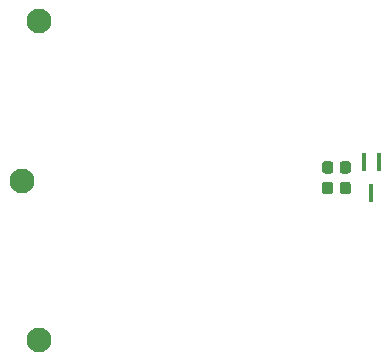
<source format=gbr>
%TF.GenerationSoftware,KiCad,Pcbnew,(5.99.0-2309-gaf729d578)*%
%TF.CreationDate,2020-09-01T21:34:41-04:00*%
%TF.ProjectId,flex,666c6578-2e6b-4696-9361-645f70636258,rev?*%
%TF.SameCoordinates,Original*%
%TF.FileFunction,Soldermask,Top*%
%TF.FilePolarity,Negative*%
%FSLAX46Y46*%
G04 Gerber Fmt 4.6, Leading zero omitted, Abs format (unit mm)*
G04 Created by KiCad (PCBNEW (5.99.0-2309-gaf729d578)) date 2020-09-01 21:34:41*
%MOMM*%
%LPD*%
G01*
G04 APERTURE LIST*
%ADD10C,2.100000*%
%ADD11R,0.450000X1.500000*%
G04 APERTURE END LIST*
D10*
%TO.C,REF\u002A\u002A*%
X254750000Y-41750000D03*
%TD*%
%TO.C,REF\u002A\u002A*%
X253250000Y-28250000D03*
%TD*%
%TO.C,REF\u002A\u002A*%
X254750000Y-14750000D03*
%TD*%
%TO.C,R2*%
G36*
G01*
X278912500Y-28361316D02*
X279387500Y-28361316D01*
G75*
G02*
X279625000Y-28598816I0J-237500D01*
G01*
X279625000Y-29173816D01*
G75*
G02*
X279387500Y-29411316I-237500J0D01*
G01*
X278912500Y-29411316D01*
G75*
G02*
X278675000Y-29173816I0J237500D01*
G01*
X278675000Y-28598816D01*
G75*
G02*
X278912500Y-28361316I237500J0D01*
G01*
G37*
G36*
G01*
X278912500Y-26611316D02*
X279387500Y-26611316D01*
G75*
G02*
X279625000Y-26848816I0J-237500D01*
G01*
X279625000Y-27423816D01*
G75*
G02*
X279387500Y-27661316I-237500J0D01*
G01*
X278912500Y-27661316D01*
G75*
G02*
X278675000Y-27423816I0J237500D01*
G01*
X278675000Y-26848816D01*
G75*
G02*
X278912500Y-26611316I237500J0D01*
G01*
G37*
%TD*%
%TO.C,R1*%
G36*
G01*
X280412500Y-28361316D02*
X280887500Y-28361316D01*
G75*
G02*
X281125000Y-28598816I0J-237500D01*
G01*
X281125000Y-29173816D01*
G75*
G02*
X280887500Y-29411316I-237500J0D01*
G01*
X280412500Y-29411316D01*
G75*
G02*
X280175000Y-29173816I0J237500D01*
G01*
X280175000Y-28598816D01*
G75*
G02*
X280412500Y-28361316I237500J0D01*
G01*
G37*
G36*
G01*
X280412500Y-26611316D02*
X280887500Y-26611316D01*
G75*
G02*
X281125000Y-26848816I0J-237500D01*
G01*
X281125000Y-27423816D01*
G75*
G02*
X280887500Y-27661316I-237500J0D01*
G01*
X280412500Y-27661316D01*
G75*
G02*
X280175000Y-27423816I0J237500D01*
G01*
X280175000Y-26848816D01*
G75*
G02*
X280412500Y-26611316I237500J0D01*
G01*
G37*
%TD*%
D11*
%TO.C,Q1*%
X282850000Y-29341316D03*
X282200000Y-26681316D03*
X283500000Y-26681316D03*
%TD*%
M02*

</source>
